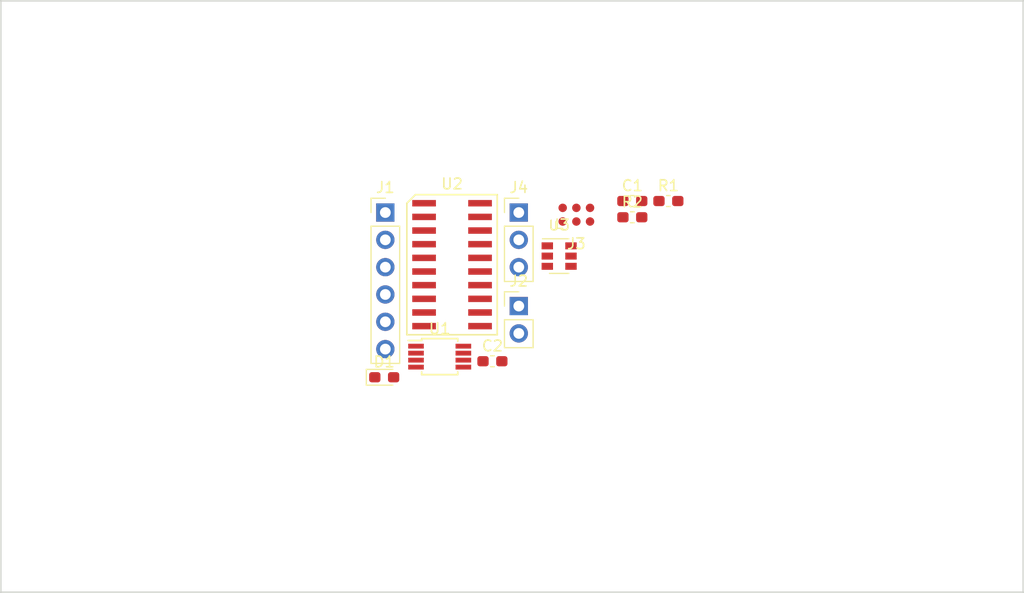
<source format=kicad_pcb>
(kicad_pcb (version 20171130) (host pcbnew "(5.0.0)")

  (general
    (thickness 1.6)
    (drawings 4)
    (tracks 0)
    (zones 0)
    (modules 12)
    (nets 30)
  )

  (page A4)
  (layers
    (0 F.Cu signal)
    (31 B.Cu signal)
    (32 B.Adhes user)
    (33 F.Adhes user)
    (34 B.Paste user)
    (35 F.Paste user)
    (36 B.SilkS user)
    (37 F.SilkS user)
    (38 B.Mask user)
    (39 F.Mask user)
    (40 Dwgs.User user)
    (41 Cmts.User user)
    (42 Eco1.User user)
    (43 Eco2.User user)
    (44 Edge.Cuts user)
    (45 Margin user)
    (46 B.CrtYd user)
    (47 F.CrtYd user)
    (48 B.Fab user)
    (49 F.Fab user)
  )

  (setup
    (last_trace_width 0.25)
    (trace_clearance 0.2)
    (zone_clearance 0.508)
    (zone_45_only no)
    (trace_min 0.2)
    (segment_width 0.2)
    (edge_width 0.15)
    (via_size 0.8)
    (via_drill 0.4)
    (via_min_size 0.4)
    (via_min_drill 0.3)
    (uvia_size 0.3)
    (uvia_drill 0.1)
    (uvias_allowed no)
    (uvia_min_size 0.2)
    (uvia_min_drill 0.1)
    (pcb_text_width 0.3)
    (pcb_text_size 1.5 1.5)
    (mod_edge_width 0.15)
    (mod_text_size 1 1)
    (mod_text_width 0.15)
    (pad_size 1.524 1.524)
    (pad_drill 0.762)
    (pad_to_mask_clearance 0.2)
    (aux_axis_origin 0 0)
    (visible_elements FFFFFF7F)
    (pcbplotparams
      (layerselection 0x010fc_ffffffff)
      (usegerberextensions false)
      (usegerberattributes false)
      (usegerberadvancedattributes false)
      (creategerberjobfile false)
      (excludeedgelayer true)
      (linewidth 0.100000)
      (plotframeref false)
      (viasonmask false)
      (mode 1)
      (useauxorigin false)
      (hpglpennumber 1)
      (hpglpenspeed 20)
      (hpglpendiameter 15.000000)
      (psnegative false)
      (psa4output false)
      (plotreference true)
      (plotvalue true)
      (plotinvisibletext false)
      (padsonsilk false)
      (subtractmaskfromsilk false)
      (outputformat 1)
      (mirror false)
      (drillshape 1)
      (scaleselection 1)
      (outputdirectory ""))
  )

  (net 0 "")
  (net 1 +5V)
  (net 2 GND)
  (net 3 +3V3)
  (net 4 "Net-(D1-Pad2)")
  (net 5 "Net-(J1-Pad4)")
  (net 6 "Net-(J1-Pad5)")
  (net 7 "Net-(J1-Pad6)")
  (net 8 /~MCLR)
  (net 9 /ISPDAT)
  (net 10 /ISPCLK)
  (net 11 "Net-(J3-Pad6)")
  (net 12 "Net-(J4-Pad2)")
  (net 13 "Net-(R1-Pad2)")
  (net 14 "Net-(R2-Pad1)")
  (net 15 "Net-(U1-Pad2)")
  (net 16 "Net-(U1-Pad3)")
  (net 17 "Net-(U1-Pad5)")
  (net 18 "Net-(U1-Pad6)")
  (net 19 "Net-(U1-Pad7)")
  (net 20 "Net-(U2-Pad3)")
  (net 21 "Net-(U2-Pad17)")
  (net 22 "Net-(U2-Pad5)")
  (net 23 "Net-(U2-Pad15)")
  (net 24 "Net-(U2-Pad6)")
  (net 25 "Net-(U2-Pad14)")
  (net 26 "Net-(U2-Pad7)")
  (net 27 "Net-(U2-Pad13)")
  (net 28 "Net-(U2-Pad8)")
  (net 29 "Net-(U2-Pad9)")

  (net_class Default "Ceci est la Netclass par défaut."
    (clearance 0.2)
    (trace_width 0.25)
    (via_dia 0.8)
    (via_drill 0.4)
    (uvia_dia 0.3)
    (uvia_drill 0.1)
    (add_net +3V3)
    (add_net +5V)
    (add_net /ISPCLK)
    (add_net /ISPDAT)
    (add_net /~MCLR)
    (add_net GND)
    (add_net "Net-(D1-Pad2)")
    (add_net "Net-(J1-Pad4)")
    (add_net "Net-(J1-Pad5)")
    (add_net "Net-(J1-Pad6)")
    (add_net "Net-(J3-Pad6)")
    (add_net "Net-(J4-Pad2)")
    (add_net "Net-(R1-Pad2)")
    (add_net "Net-(R2-Pad1)")
    (add_net "Net-(U1-Pad2)")
    (add_net "Net-(U1-Pad3)")
    (add_net "Net-(U1-Pad5)")
    (add_net "Net-(U1-Pad6)")
    (add_net "Net-(U1-Pad7)")
    (add_net "Net-(U2-Pad13)")
    (add_net "Net-(U2-Pad14)")
    (add_net "Net-(U2-Pad15)")
    (add_net "Net-(U2-Pad17)")
    (add_net "Net-(U2-Pad3)")
    (add_net "Net-(U2-Pad5)")
    (add_net "Net-(U2-Pad6)")
    (add_net "Net-(U2-Pad7)")
    (add_net "Net-(U2-Pad8)")
    (add_net "Net-(U2-Pad9)")
  )

  (module Capacitor_SMD:C_0603_1608Metric_Pad1.05x0.95mm_HandSolder (layer F.Cu) (tedit 5B301BBE) (tstamp 5BFDB5E8)
    (at 158.680001 113.620001)
    (descr "Capacitor SMD 0603 (1608 Metric), square (rectangular) end terminal, IPC_7351 nominal with elongated pad for handsoldering. (Body size source: http://www.tortai-tech.com/upload/download/2011102023233369053.pdf), generated with kicad-footprint-generator")
    (tags "capacitor handsolder")
    (path /5BF23E9D)
    (attr smd)
    (fp_text reference C1 (at 0 -1.43) (layer F.SilkS)
      (effects (font (size 1 1) (thickness 0.15)))
    )
    (fp_text value 1u (at 0 1.43) (layer F.Fab)
      (effects (font (size 1 1) (thickness 0.15)))
    )
    (fp_text user %R (at 0 0) (layer F.Fab)
      (effects (font (size 0.4 0.4) (thickness 0.06)))
    )
    (fp_line (start 1.65 0.73) (end -1.65 0.73) (layer F.CrtYd) (width 0.05))
    (fp_line (start 1.65 -0.73) (end 1.65 0.73) (layer F.CrtYd) (width 0.05))
    (fp_line (start -1.65 -0.73) (end 1.65 -0.73) (layer F.CrtYd) (width 0.05))
    (fp_line (start -1.65 0.73) (end -1.65 -0.73) (layer F.CrtYd) (width 0.05))
    (fp_line (start -0.171267 0.51) (end 0.171267 0.51) (layer F.SilkS) (width 0.12))
    (fp_line (start -0.171267 -0.51) (end 0.171267 -0.51) (layer F.SilkS) (width 0.12))
    (fp_line (start 0.8 0.4) (end -0.8 0.4) (layer F.Fab) (width 0.1))
    (fp_line (start 0.8 -0.4) (end 0.8 0.4) (layer F.Fab) (width 0.1))
    (fp_line (start -0.8 -0.4) (end 0.8 -0.4) (layer F.Fab) (width 0.1))
    (fp_line (start -0.8 0.4) (end -0.8 -0.4) (layer F.Fab) (width 0.1))
    (pad 2 smd roundrect (at 0.875 0) (size 1.05 0.95) (layers F.Cu F.Paste F.Mask) (roundrect_rratio 0.25)
      (net 1 +5V))
    (pad 1 smd roundrect (at -0.875 0) (size 1.05 0.95) (layers F.Cu F.Paste F.Mask) (roundrect_rratio 0.25)
      (net 2 GND))
    (model ${KISYS3DMOD}/Capacitor_SMD.3dshapes/C_0603_1608Metric.wrl
      (at (xyz 0 0 0))
      (scale (xyz 1 1 1))
      (rotate (xyz 0 0 0))
    )
  )

  (module Capacitor_SMD:C_0603_1608Metric_Pad1.05x0.95mm_HandSolder (layer F.Cu) (tedit 5B301BBE) (tstamp 5BFDB5F9)
    (at 145.680001 128.520001)
    (descr "Capacitor SMD 0603 (1608 Metric), square (rectangular) end terminal, IPC_7351 nominal with elongated pad for handsoldering. (Body size source: http://www.tortai-tech.com/upload/download/2011102023233369053.pdf), generated with kicad-footprint-generator")
    (tags "capacitor handsolder")
    (path /5BF20816)
    (attr smd)
    (fp_text reference C2 (at 0 -1.43) (layer F.SilkS)
      (effects (font (size 1 1) (thickness 0.15)))
    )
    (fp_text value 1u (at 0 1.43) (layer F.Fab)
      (effects (font (size 1 1) (thickness 0.15)))
    )
    (fp_line (start -0.8 0.4) (end -0.8 -0.4) (layer F.Fab) (width 0.1))
    (fp_line (start -0.8 -0.4) (end 0.8 -0.4) (layer F.Fab) (width 0.1))
    (fp_line (start 0.8 -0.4) (end 0.8 0.4) (layer F.Fab) (width 0.1))
    (fp_line (start 0.8 0.4) (end -0.8 0.4) (layer F.Fab) (width 0.1))
    (fp_line (start -0.171267 -0.51) (end 0.171267 -0.51) (layer F.SilkS) (width 0.12))
    (fp_line (start -0.171267 0.51) (end 0.171267 0.51) (layer F.SilkS) (width 0.12))
    (fp_line (start -1.65 0.73) (end -1.65 -0.73) (layer F.CrtYd) (width 0.05))
    (fp_line (start -1.65 -0.73) (end 1.65 -0.73) (layer F.CrtYd) (width 0.05))
    (fp_line (start 1.65 -0.73) (end 1.65 0.73) (layer F.CrtYd) (width 0.05))
    (fp_line (start 1.65 0.73) (end -1.65 0.73) (layer F.CrtYd) (width 0.05))
    (fp_text user %R (at 0 0) (layer F.Fab)
      (effects (font (size 0.4 0.4) (thickness 0.06)))
    )
    (pad 1 smd roundrect (at -0.875 0) (size 1.05 0.95) (layers F.Cu F.Paste F.Mask) (roundrect_rratio 0.25)
      (net 3 +3V3))
    (pad 2 smd roundrect (at 0.875 0) (size 1.05 0.95) (layers F.Cu F.Paste F.Mask) (roundrect_rratio 0.25)
      (net 2 GND))
    (model ${KISYS3DMOD}/Capacitor_SMD.3dshapes/C_0603_1608Metric.wrl
      (at (xyz 0 0 0))
      (scale (xyz 1 1 1))
      (rotate (xyz 0 0 0))
    )
  )

  (module LED_SMD:LED_0603_1608Metric_Pad1.05x0.95mm_HandSolder (layer F.Cu) (tedit 5B4B45C9) (tstamp 5BFDB60C)
    (at 135.625001 130.010001)
    (descr "LED SMD 0603 (1608 Metric), square (rectangular) end terminal, IPC_7351 nominal, (Body size source: http://www.tortai-tech.com/upload/download/2011102023233369053.pdf), generated with kicad-footprint-generator")
    (tags "LED handsolder")
    (path /5BF1A5B6)
    (attr smd)
    (fp_text reference D1 (at 0 -1.43) (layer F.SilkS)
      (effects (font (size 1 1) (thickness 0.15)))
    )
    (fp_text value LED (at 0 1.43) (layer F.Fab)
      (effects (font (size 1 1) (thickness 0.15)))
    )
    (fp_line (start 0.8 -0.4) (end -0.5 -0.4) (layer F.Fab) (width 0.1))
    (fp_line (start -0.5 -0.4) (end -0.8 -0.1) (layer F.Fab) (width 0.1))
    (fp_line (start -0.8 -0.1) (end -0.8 0.4) (layer F.Fab) (width 0.1))
    (fp_line (start -0.8 0.4) (end 0.8 0.4) (layer F.Fab) (width 0.1))
    (fp_line (start 0.8 0.4) (end 0.8 -0.4) (layer F.Fab) (width 0.1))
    (fp_line (start 0.8 -0.735) (end -1.66 -0.735) (layer F.SilkS) (width 0.12))
    (fp_line (start -1.66 -0.735) (end -1.66 0.735) (layer F.SilkS) (width 0.12))
    (fp_line (start -1.66 0.735) (end 0.8 0.735) (layer F.SilkS) (width 0.12))
    (fp_line (start -1.65 0.73) (end -1.65 -0.73) (layer F.CrtYd) (width 0.05))
    (fp_line (start -1.65 -0.73) (end 1.65 -0.73) (layer F.CrtYd) (width 0.05))
    (fp_line (start 1.65 -0.73) (end 1.65 0.73) (layer F.CrtYd) (width 0.05))
    (fp_line (start 1.65 0.73) (end -1.65 0.73) (layer F.CrtYd) (width 0.05))
    (fp_text user %R (at 0 0) (layer F.Fab)
      (effects (font (size 0.4 0.4) (thickness 0.06)))
    )
    (pad 1 smd roundrect (at -0.875 0) (size 1.05 0.95) (layers F.Cu F.Paste F.Mask) (roundrect_rratio 0.25)
      (net 2 GND))
    (pad 2 smd roundrect (at 0.875 0) (size 1.05 0.95) (layers F.Cu F.Paste F.Mask) (roundrect_rratio 0.25)
      (net 4 "Net-(D1-Pad2)"))
    (model ${KISYS3DMOD}/LED_SMD.3dshapes/LED_0603_1608Metric.wrl
      (at (xyz 0 0 0))
      (scale (xyz 1 1 1))
      (rotate (xyz 0 0 0))
    )
  )

  (module Connector_PinHeader_2.54mm:PinHeader_1x06_P2.54mm_Vertical (layer F.Cu) (tedit 59FED5CC) (tstamp 5BFDB626)
    (at 135.730001 114.690001)
    (descr "Through hole straight pin header, 1x06, 2.54mm pitch, single row")
    (tags "Through hole pin header THT 1x06 2.54mm single row")
    (path /5BF17732)
    (fp_text reference J1 (at 0 -2.33) (layer F.SilkS)
      (effects (font (size 1 1) (thickness 0.15)))
    )
    (fp_text value Conn_01x06 (at 0 15.03) (layer F.Fab)
      (effects (font (size 1 1) (thickness 0.15)))
    )
    (fp_line (start -0.635 -1.27) (end 1.27 -1.27) (layer F.Fab) (width 0.1))
    (fp_line (start 1.27 -1.27) (end 1.27 13.97) (layer F.Fab) (width 0.1))
    (fp_line (start 1.27 13.97) (end -1.27 13.97) (layer F.Fab) (width 0.1))
    (fp_line (start -1.27 13.97) (end -1.27 -0.635) (layer F.Fab) (width 0.1))
    (fp_line (start -1.27 -0.635) (end -0.635 -1.27) (layer F.Fab) (width 0.1))
    (fp_line (start -1.33 14.03) (end 1.33 14.03) (layer F.SilkS) (width 0.12))
    (fp_line (start -1.33 1.27) (end -1.33 14.03) (layer F.SilkS) (width 0.12))
    (fp_line (start 1.33 1.27) (end 1.33 14.03) (layer F.SilkS) (width 0.12))
    (fp_line (start -1.33 1.27) (end 1.33 1.27) (layer F.SilkS) (width 0.12))
    (fp_line (start -1.33 0) (end -1.33 -1.33) (layer F.SilkS) (width 0.12))
    (fp_line (start -1.33 -1.33) (end 0 -1.33) (layer F.SilkS) (width 0.12))
    (fp_line (start -1.8 -1.8) (end -1.8 14.5) (layer F.CrtYd) (width 0.05))
    (fp_line (start -1.8 14.5) (end 1.8 14.5) (layer F.CrtYd) (width 0.05))
    (fp_line (start 1.8 14.5) (end 1.8 -1.8) (layer F.CrtYd) (width 0.05))
    (fp_line (start 1.8 -1.8) (end -1.8 -1.8) (layer F.CrtYd) (width 0.05))
    (fp_text user %R (at 0 6.35 90) (layer F.Fab)
      (effects (font (size 1 1) (thickness 0.15)))
    )
    (pad 1 thru_hole rect (at 0 0) (size 1.7 1.7) (drill 1) (layers *.Cu *.Mask)
      (net 3 +3V3))
    (pad 2 thru_hole oval (at 0 2.54) (size 1.7 1.7) (drill 1) (layers *.Cu *.Mask)
      (net 1 +5V))
    (pad 3 thru_hole oval (at 0 5.08) (size 1.7 1.7) (drill 1) (layers *.Cu *.Mask)
      (net 2 GND))
    (pad 4 thru_hole oval (at 0 7.62) (size 1.7 1.7) (drill 1) (layers *.Cu *.Mask)
      (net 5 "Net-(J1-Pad4)"))
    (pad 5 thru_hole oval (at 0 10.16) (size 1.7 1.7) (drill 1) (layers *.Cu *.Mask)
      (net 6 "Net-(J1-Pad5)"))
    (pad 6 thru_hole oval (at 0 12.7) (size 1.7 1.7) (drill 1) (layers *.Cu *.Mask)
      (net 7 "Net-(J1-Pad6)"))
    (model ${KISYS3DMOD}/Connector_PinHeader_2.54mm.3dshapes/PinHeader_1x06_P2.54mm_Vertical.wrl
      (at (xyz 0 0 0))
      (scale (xyz 1 1 1))
      (rotate (xyz 0 0 0))
    )
  )

  (module Connector_PinHeader_2.54mm:PinHeader_1x02_P2.54mm_Vertical (layer F.Cu) (tedit 59FED5CC) (tstamp 5BFDB63C)
    (at 148.130001 123.390001)
    (descr "Through hole straight pin header, 1x02, 2.54mm pitch, single row")
    (tags "Through hole pin header THT 1x02 2.54mm single row")
    (path /5BF17A65)
    (fp_text reference J2 (at 0 -2.33) (layer F.SilkS)
      (effects (font (size 1 1) (thickness 0.15)))
    )
    (fp_text value Conn_01x02 (at 0 4.87) (layer F.Fab)
      (effects (font (size 1 1) (thickness 0.15)))
    )
    (fp_line (start -0.635 -1.27) (end 1.27 -1.27) (layer F.Fab) (width 0.1))
    (fp_line (start 1.27 -1.27) (end 1.27 3.81) (layer F.Fab) (width 0.1))
    (fp_line (start 1.27 3.81) (end -1.27 3.81) (layer F.Fab) (width 0.1))
    (fp_line (start -1.27 3.81) (end -1.27 -0.635) (layer F.Fab) (width 0.1))
    (fp_line (start -1.27 -0.635) (end -0.635 -1.27) (layer F.Fab) (width 0.1))
    (fp_line (start -1.33 3.87) (end 1.33 3.87) (layer F.SilkS) (width 0.12))
    (fp_line (start -1.33 1.27) (end -1.33 3.87) (layer F.SilkS) (width 0.12))
    (fp_line (start 1.33 1.27) (end 1.33 3.87) (layer F.SilkS) (width 0.12))
    (fp_line (start -1.33 1.27) (end 1.33 1.27) (layer F.SilkS) (width 0.12))
    (fp_line (start -1.33 0) (end -1.33 -1.33) (layer F.SilkS) (width 0.12))
    (fp_line (start -1.33 -1.33) (end 0 -1.33) (layer F.SilkS) (width 0.12))
    (fp_line (start -1.8 -1.8) (end -1.8 4.35) (layer F.CrtYd) (width 0.05))
    (fp_line (start -1.8 4.35) (end 1.8 4.35) (layer F.CrtYd) (width 0.05))
    (fp_line (start 1.8 4.35) (end 1.8 -1.8) (layer F.CrtYd) (width 0.05))
    (fp_line (start 1.8 -1.8) (end -1.8 -1.8) (layer F.CrtYd) (width 0.05))
    (fp_text user %R (at 0 1.27 90) (layer F.Fab)
      (effects (font (size 1 1) (thickness 0.15)))
    )
    (pad 1 thru_hole rect (at 0 0) (size 1.7 1.7) (drill 1) (layers *.Cu *.Mask)
      (net 1 +5V))
    (pad 2 thru_hole oval (at 0 2.54) (size 1.7 1.7) (drill 1) (layers *.Cu *.Mask)
      (net 2 GND))
    (model ${KISYS3DMOD}/Connector_PinHeader_2.54mm.3dshapes/PinHeader_1x02_P2.54mm_Vertical.wrl
      (at (xyz 0 0 0))
      (scale (xyz 1 1 1))
      (rotate (xyz 0 0 0))
    )
  )

  (module Connector:Tag-Connect_TC2030-IDC-NL_2x03_P1.27mm_Vertical (layer F.Cu) (tedit 5A29CEA9) (tstamp 5BFDB65A)
    (at 153.480001 114.890001)
    (descr "Tag-Connect programming header; http://www.tag-connect.com/Materials/TC2030-IDC-NL.pdf")
    (tags "tag connect programming header pogo pins")
    (path /5BF1B652)
    (attr virtual)
    (fp_text reference J3 (at 0 2.7) (layer F.SilkS)
      (effects (font (size 1 1) (thickness 0.15)))
    )
    (fp_text value MCP_NL (at 0 -2.3) (layer F.Fab)
      (effects (font (size 1 1) (thickness 0.15)))
    )
    (fp_line (start -1.905 1.27) (end -1.905 0.635) (layer F.SilkS) (width 0.12))
    (fp_line (start -1.27 1.27) (end -1.905 1.27) (layer F.SilkS) (width 0.12))
    (fp_line (start -3.5 2) (end -3.5 -2) (layer F.CrtYd) (width 0.05))
    (fp_line (start 3.5 2) (end -3.5 2) (layer F.CrtYd) (width 0.05))
    (fp_line (start 3.5 -2) (end 3.5 2) (layer F.CrtYd) (width 0.05))
    (fp_line (start -3.5 -2) (end 3.5 -2) (layer F.CrtYd) (width 0.05))
    (fp_text user %R (at 0 0) (layer F.Fab)
      (effects (font (size 1 1) (thickness 0.15)))
    )
    (fp_line (start -1.27 0.635) (end -1.27 -0.635) (layer Dwgs.User) (width 0.1))
    (fp_line (start 1.27 0.635) (end -1.27 0.635) (layer Dwgs.User) (width 0.1))
    (fp_line (start 1.27 -0.635) (end 1.27 0.635) (layer Dwgs.User) (width 0.1))
    (fp_line (start -1.27 -0.635) (end 1.27 -0.635) (layer Dwgs.User) (width 0.1))
    (fp_line (start -1.27 0.635) (end 0 -0.635) (layer Dwgs.User) (width 0.1))
    (fp_line (start -1.27 0) (end -0.635 -0.635) (layer Dwgs.User) (width 0.1))
    (fp_line (start -0.635 0.635) (end 0.635 -0.635) (layer Dwgs.User) (width 0.1))
    (fp_line (start 0 0.635) (end 1.27 -0.635) (layer Dwgs.User) (width 0.1))
    (fp_line (start 0.635 0.635) (end 1.27 0) (layer Dwgs.User) (width 0.1))
    (fp_text user KEEPOUT (at 0 0) (layer Cmts.User)
      (effects (font (size 0.4 0.4) (thickness 0.07)))
    )
    (pad "" np_thru_hole circle (at 2.54 -1.016) (size 0.9906 0.9906) (drill 0.9906) (layers *.Cu *.Mask))
    (pad "" np_thru_hole circle (at 2.54 1.016) (size 0.9906 0.9906) (drill 0.9906) (layers *.Cu *.Mask))
    (pad "" np_thru_hole circle (at -2.54 0) (size 0.9906 0.9906) (drill 0.9906) (layers *.Cu *.Mask))
    (pad 1 connect circle (at -1.27 0.635) (size 0.7874 0.7874) (layers F.Cu F.Mask)
      (net 8 /~MCLR))
    (pad 2 connect circle (at -1.27 -0.635) (size 0.7874 0.7874) (layers F.Cu F.Mask)
      (net 3 +3V3))
    (pad 3 connect circle (at 0 0.635) (size 0.7874 0.7874) (layers F.Cu F.Mask)
      (net 2 GND))
    (pad 4 connect circle (at 0 -0.635) (size 0.7874 0.7874) (layers F.Cu F.Mask)
      (net 9 /ISPDAT))
    (pad 5 connect circle (at 1.27 0.635) (size 0.7874 0.7874) (layers F.Cu F.Mask)
      (net 10 /ISPCLK))
    (pad 6 connect circle (at 1.27 -0.635) (size 0.7874 0.7874) (layers F.Cu F.Mask)
      (net 11 "Net-(J3-Pad6)"))
  )

  (module Connector_PinHeader_2.54mm:PinHeader_1x03_P2.54mm_Vertical (layer F.Cu) (tedit 59FED5CC) (tstamp 5BFDB671)
    (at 148.130001 114.690001)
    (descr "Through hole straight pin header, 1x03, 2.54mm pitch, single row")
    (tags "Through hole pin header THT 1x03 2.54mm single row")
    (path /5BF209B7)
    (fp_text reference J4 (at 0 -2.33) (layer F.SilkS)
      (effects (font (size 1 1) (thickness 0.15)))
    )
    (fp_text value Conn_01x03 (at 0 7.41) (layer F.Fab)
      (effects (font (size 1 1) (thickness 0.15)))
    )
    (fp_line (start -0.635 -1.27) (end 1.27 -1.27) (layer F.Fab) (width 0.1))
    (fp_line (start 1.27 -1.27) (end 1.27 6.35) (layer F.Fab) (width 0.1))
    (fp_line (start 1.27 6.35) (end -1.27 6.35) (layer F.Fab) (width 0.1))
    (fp_line (start -1.27 6.35) (end -1.27 -0.635) (layer F.Fab) (width 0.1))
    (fp_line (start -1.27 -0.635) (end -0.635 -1.27) (layer F.Fab) (width 0.1))
    (fp_line (start -1.33 6.41) (end 1.33 6.41) (layer F.SilkS) (width 0.12))
    (fp_line (start -1.33 1.27) (end -1.33 6.41) (layer F.SilkS) (width 0.12))
    (fp_line (start 1.33 1.27) (end 1.33 6.41) (layer F.SilkS) (width 0.12))
    (fp_line (start -1.33 1.27) (end 1.33 1.27) (layer F.SilkS) (width 0.12))
    (fp_line (start -1.33 0) (end -1.33 -1.33) (layer F.SilkS) (width 0.12))
    (fp_line (start -1.33 -1.33) (end 0 -1.33) (layer F.SilkS) (width 0.12))
    (fp_line (start -1.8 -1.8) (end -1.8 6.85) (layer F.CrtYd) (width 0.05))
    (fp_line (start -1.8 6.85) (end 1.8 6.85) (layer F.CrtYd) (width 0.05))
    (fp_line (start 1.8 6.85) (end 1.8 -1.8) (layer F.CrtYd) (width 0.05))
    (fp_line (start 1.8 -1.8) (end -1.8 -1.8) (layer F.CrtYd) (width 0.05))
    (fp_text user %R (at 0 2.54 90) (layer F.Fab)
      (effects (font (size 1 1) (thickness 0.15)))
    )
    (pad 1 thru_hole rect (at 0 0) (size 1.7 1.7) (drill 1) (layers *.Cu *.Mask)
      (net 1 +5V))
    (pad 2 thru_hole oval (at 0 2.54) (size 1.7 1.7) (drill 1) (layers *.Cu *.Mask)
      (net 12 "Net-(J4-Pad2)"))
    (pad 3 thru_hole oval (at 0 5.08) (size 1.7 1.7) (drill 1) (layers *.Cu *.Mask)
      (net 2 GND))
    (model ${KISYS3DMOD}/Connector_PinHeader_2.54mm.3dshapes/PinHeader_1x03_P2.54mm_Vertical.wrl
      (at (xyz 0 0 0))
      (scale (xyz 1 1 1))
      (rotate (xyz 0 0 0))
    )
  )

  (module Resistor_SMD:R_0603_1608Metric_Pad1.05x0.95mm_HandSolder (layer F.Cu) (tedit 5B301BBD) (tstamp 5BFDB682)
    (at 162.030001 113.620001)
    (descr "Resistor SMD 0603 (1608 Metric), square (rectangular) end terminal, IPC_7351 nominal with elongated pad for handsoldering. (Body size source: http://www.tortai-tech.com/upload/download/2011102023233369053.pdf), generated with kicad-footprint-generator")
    (tags "resistor handsolder")
    (path /5BF1DA3A)
    (attr smd)
    (fp_text reference R1 (at 0 -1.43) (layer F.SilkS)
      (effects (font (size 1 1) (thickness 0.15)))
    )
    (fp_text value 4k7 (at 0 1.43) (layer F.Fab)
      (effects (font (size 1 1) (thickness 0.15)))
    )
    (fp_text user %R (at 0 0) (layer F.Fab)
      (effects (font (size 0.4 0.4) (thickness 0.06)))
    )
    (fp_line (start 1.65 0.73) (end -1.65 0.73) (layer F.CrtYd) (width 0.05))
    (fp_line (start 1.65 -0.73) (end 1.65 0.73) (layer F.CrtYd) (width 0.05))
    (fp_line (start -1.65 -0.73) (end 1.65 -0.73) (layer F.CrtYd) (width 0.05))
    (fp_line (start -1.65 0.73) (end -1.65 -0.73) (layer F.CrtYd) (width 0.05))
    (fp_line (start -0.171267 0.51) (end 0.171267 0.51) (layer F.SilkS) (width 0.12))
    (fp_line (start -0.171267 -0.51) (end 0.171267 -0.51) (layer F.SilkS) (width 0.12))
    (fp_line (start 0.8 0.4) (end -0.8 0.4) (layer F.Fab) (width 0.1))
    (fp_line (start 0.8 -0.4) (end 0.8 0.4) (layer F.Fab) (width 0.1))
    (fp_line (start -0.8 -0.4) (end 0.8 -0.4) (layer F.Fab) (width 0.1))
    (fp_line (start -0.8 0.4) (end -0.8 -0.4) (layer F.Fab) (width 0.1))
    (pad 2 smd roundrect (at 0.875 0) (size 1.05 0.95) (layers F.Cu F.Paste F.Mask) (roundrect_rratio 0.25)
      (net 13 "Net-(R1-Pad2)"))
    (pad 1 smd roundrect (at -0.875 0) (size 1.05 0.95) (layers F.Cu F.Paste F.Mask) (roundrect_rratio 0.25)
      (net 3 +3V3))
    (model ${KISYS3DMOD}/Resistor_SMD.3dshapes/R_0603_1608Metric.wrl
      (at (xyz 0 0 0))
      (scale (xyz 1 1 1))
      (rotate (xyz 0 0 0))
    )
  )

  (module Resistor_SMD:R_0603_1608Metric_Pad1.05x0.95mm_HandSolder (layer F.Cu) (tedit 5B301BBD) (tstamp 5BFDB693)
    (at 158.680001 115.130001)
    (descr "Resistor SMD 0603 (1608 Metric), square (rectangular) end terminal, IPC_7351 nominal with elongated pad for handsoldering. (Body size source: http://www.tortai-tech.com/upload/download/2011102023233369053.pdf), generated with kicad-footprint-generator")
    (tags "resistor handsolder")
    (path /5BF1A565)
    (attr smd)
    (fp_text reference R2 (at 0 -1.43) (layer F.SilkS)
      (effects (font (size 1 1) (thickness 0.15)))
    )
    (fp_text value 470 (at 0 1.43) (layer F.Fab)
      (effects (font (size 1 1) (thickness 0.15)))
    )
    (fp_line (start -0.8 0.4) (end -0.8 -0.4) (layer F.Fab) (width 0.1))
    (fp_line (start -0.8 -0.4) (end 0.8 -0.4) (layer F.Fab) (width 0.1))
    (fp_line (start 0.8 -0.4) (end 0.8 0.4) (layer F.Fab) (width 0.1))
    (fp_line (start 0.8 0.4) (end -0.8 0.4) (layer F.Fab) (width 0.1))
    (fp_line (start -0.171267 -0.51) (end 0.171267 -0.51) (layer F.SilkS) (width 0.12))
    (fp_line (start -0.171267 0.51) (end 0.171267 0.51) (layer F.SilkS) (width 0.12))
    (fp_line (start -1.65 0.73) (end -1.65 -0.73) (layer F.CrtYd) (width 0.05))
    (fp_line (start -1.65 -0.73) (end 1.65 -0.73) (layer F.CrtYd) (width 0.05))
    (fp_line (start 1.65 -0.73) (end 1.65 0.73) (layer F.CrtYd) (width 0.05))
    (fp_line (start 1.65 0.73) (end -1.65 0.73) (layer F.CrtYd) (width 0.05))
    (fp_text user %R (at 0 0) (layer F.Fab)
      (effects (font (size 0.4 0.4) (thickness 0.06)))
    )
    (pad 1 smd roundrect (at -0.875 0) (size 1.05 0.95) (layers F.Cu F.Paste F.Mask) (roundrect_rratio 0.25)
      (net 14 "Net-(R2-Pad1)"))
    (pad 2 smd roundrect (at 0.875 0) (size 1.05 0.95) (layers F.Cu F.Paste F.Mask) (roundrect_rratio 0.25)
      (net 4 "Net-(D1-Pad2)"))
    (model ${KISYS3DMOD}/Resistor_SMD.3dshapes/R_0603_1608Metric.wrl
      (at (xyz 0 0 0))
      (scale (xyz 1 1 1))
      (rotate (xyz 0 0 0))
    )
  )

  (module Package_SO:MSOP-8_3x3mm_P0.65mm (layer F.Cu) (tedit 5A02F25C) (tstamp 5BFDB6B0)
    (at 140.780001 128.090001)
    (descr "8-Lead Plastic Micro Small Outline Package (MS) [MSOP] (see Microchip Packaging Specification 00000049BS.pdf)")
    (tags "SSOP 0.65")
    (path /5BF1D00D)
    (attr smd)
    (fp_text reference U1 (at 0 -2.6) (layer F.SilkS)
      (effects (font (size 1 1) (thickness 0.15)))
    )
    (fp_text value DS18B20U (at 0 2.6) (layer F.Fab)
      (effects (font (size 1 1) (thickness 0.15)))
    )
    (fp_line (start -0.5 -1.5) (end 1.5 -1.5) (layer F.Fab) (width 0.15))
    (fp_line (start 1.5 -1.5) (end 1.5 1.5) (layer F.Fab) (width 0.15))
    (fp_line (start 1.5 1.5) (end -1.5 1.5) (layer F.Fab) (width 0.15))
    (fp_line (start -1.5 1.5) (end -1.5 -0.5) (layer F.Fab) (width 0.15))
    (fp_line (start -1.5 -0.5) (end -0.5 -1.5) (layer F.Fab) (width 0.15))
    (fp_line (start -3.2 -1.85) (end -3.2 1.85) (layer F.CrtYd) (width 0.05))
    (fp_line (start 3.2 -1.85) (end 3.2 1.85) (layer F.CrtYd) (width 0.05))
    (fp_line (start -3.2 -1.85) (end 3.2 -1.85) (layer F.CrtYd) (width 0.05))
    (fp_line (start -3.2 1.85) (end 3.2 1.85) (layer F.CrtYd) (width 0.05))
    (fp_line (start -1.675 -1.675) (end -1.675 -1.5) (layer F.SilkS) (width 0.15))
    (fp_line (start 1.675 -1.675) (end 1.675 -1.425) (layer F.SilkS) (width 0.15))
    (fp_line (start 1.675 1.675) (end 1.675 1.425) (layer F.SilkS) (width 0.15))
    (fp_line (start -1.675 1.675) (end -1.675 1.425) (layer F.SilkS) (width 0.15))
    (fp_line (start -1.675 -1.675) (end 1.675 -1.675) (layer F.SilkS) (width 0.15))
    (fp_line (start -1.675 1.675) (end 1.675 1.675) (layer F.SilkS) (width 0.15))
    (fp_line (start -1.675 -1.5) (end -2.925 -1.5) (layer F.SilkS) (width 0.15))
    (fp_text user %R (at 0 0) (layer F.Fab)
      (effects (font (size 0.6 0.6) (thickness 0.15)))
    )
    (pad 1 smd rect (at -2.2 -0.975) (size 1.45 0.45) (layers F.Cu F.Paste F.Mask)
      (net 13 "Net-(R1-Pad2)"))
    (pad 2 smd rect (at -2.2 -0.325) (size 1.45 0.45) (layers F.Cu F.Paste F.Mask)
      (net 15 "Net-(U1-Pad2)"))
    (pad 3 smd rect (at -2.2 0.325) (size 1.45 0.45) (layers F.Cu F.Paste F.Mask)
      (net 16 "Net-(U1-Pad3)"))
    (pad 4 smd rect (at -2.2 0.975) (size 1.45 0.45) (layers F.Cu F.Paste F.Mask)
      (net 2 GND))
    (pad 5 smd rect (at 2.2 0.975) (size 1.45 0.45) (layers F.Cu F.Paste F.Mask)
      (net 17 "Net-(U1-Pad5)"))
    (pad 6 smd rect (at 2.2 0.325) (size 1.45 0.45) (layers F.Cu F.Paste F.Mask)
      (net 18 "Net-(U1-Pad6)"))
    (pad 7 smd rect (at 2.2 -0.325) (size 1.45 0.45) (layers F.Cu F.Paste F.Mask)
      (net 19 "Net-(U1-Pad7)"))
    (pad 8 smd rect (at 2.2 -0.975) (size 1.45 0.45) (layers F.Cu F.Paste F.Mask)
      (net 3 +3V3))
    (model ${KISYS3DMOD}/Package_SO.3dshapes/MSOP-8_3x3mm_P0.65mm.wrl
      (at (xyz 0 0 0))
      (scale (xyz 1 1 1))
      (rotate (xyz 0 0 0))
    )
  )

  (module footprints:SOIC-20 (layer F.Cu) (tedit 5BF15A7E) (tstamp 5BFDB6D1)
    (at 138.120001 113.190001)
    (path /5BF17406)
    (attr smd)
    (fp_text reference U2 (at 3.81 -1.165) (layer F.SilkS)
      (effects (font (size 1 1) (thickness 0.15)))
    )
    (fp_text value PIC16F1618-19 (at 3.81 6.35 270) (layer F.Fab)
      (effects (font (size 1 1) (thickness 0.15)))
    )
    (fp_line (start -0.39 0.635) (end 0.41 -0.165) (layer F.SilkS) (width 0.15))
    (fp_line (start 0.41 -0.165) (end 8.01 -0.165) (layer F.SilkS) (width 0.15))
    (fp_line (start 8.01 -0.165) (end 8.01 12.865) (layer F.SilkS) (width 0.15))
    (fp_line (start 8.01 12.865) (end -0.39 12.865) (layer F.SilkS) (width 0.15))
    (fp_line (start -0.39 12.865) (end -0.39 0.635) (layer F.SilkS) (width 0.15))
    (fp_line (start 8.16 -0.3) (end 8.16 13) (layer F.CrtYd) (width 0.05))
    (fp_line (start 8.16 13) (end -0.54 13) (layer F.CrtYd) (width 0.05))
    (fp_line (start -0.54 13) (end -0.54 -0.3) (layer F.CrtYd) (width 0.05))
    (fp_line (start -0.54 -0.3) (end 8.16 -0.3) (layer F.CrtYd) (width 0.05))
    (pad 20 smd rect (at 6.41 0.635 270) (size 0.6 2.2) (layers F.Cu F.Paste F.Mask)
      (net 2 GND))
    (pad 1 smd rect (at 1.21 0.635 270) (size 0.6 2.2) (layers F.Cu F.Paste F.Mask)
      (net 3 +3V3))
    (pad 19 smd rect (at 6.41 1.905 270) (size 0.6 2.2) (layers F.Cu F.Paste F.Mask)
      (net 9 /ISPDAT))
    (pad 2 smd rect (at 1.21 1.905 270) (size 0.6 2.2) (layers F.Cu F.Paste F.Mask)
      (net 13 "Net-(R1-Pad2)"))
    (pad 18 smd rect (at 6.41 3.175 270) (size 0.6 2.2) (layers F.Cu F.Paste F.Mask)
      (net 10 /ISPCLK))
    (pad 3 smd rect (at 1.21 3.175 270) (size 0.6 2.2) (layers F.Cu F.Paste F.Mask)
      (net 20 "Net-(U2-Pad3)"))
    (pad 17 smd rect (at 6.41 4.445 270) (size 0.6 2.2) (layers F.Cu F.Paste F.Mask)
      (net 21 "Net-(U2-Pad17)"))
    (pad 4 smd rect (at 1.21 4.445 270) (size 0.6 2.2) (layers F.Cu F.Paste F.Mask)
      (net 8 /~MCLR))
    (pad 16 smd rect (at 6.41 5.715 270) (size 0.6 2.2) (layers F.Cu F.Paste F.Mask)
      (net 14 "Net-(R2-Pad1)"))
    (pad 5 smd rect (at 1.21 5.715 270) (size 0.6 2.2) (layers F.Cu F.Paste F.Mask)
      (net 22 "Net-(U2-Pad5)"))
    (pad 15 smd rect (at 6.41 6.985 270) (size 0.6 2.2) (layers F.Cu F.Paste F.Mask)
      (net 23 "Net-(U2-Pad15)"))
    (pad 6 smd rect (at 1.21 6.985 270) (size 0.6 2.2) (layers F.Cu F.Paste F.Mask)
      (net 24 "Net-(U2-Pad6)"))
    (pad 14 smd rect (at 6.41 8.255 270) (size 0.6 2.2) (layers F.Cu F.Paste F.Mask)
      (net 25 "Net-(U2-Pad14)"))
    (pad 7 smd rect (at 1.21 8.255 270) (size 0.6 2.2) (layers F.Cu F.Paste F.Mask)
      (net 26 "Net-(U2-Pad7)"))
    (pad 13 smd rect (at 6.41 9.525 270) (size 0.6 2.2) (layers F.Cu F.Paste F.Mask)
      (net 27 "Net-(U2-Pad13)"))
    (pad 8 smd rect (at 1.21 9.525 270) (size 0.6 2.2) (layers F.Cu F.Paste F.Mask)
      (net 28 "Net-(U2-Pad8)"))
    (pad 12 smd rect (at 6.41 10.795 270) (size 0.6 2.2) (layers F.Cu F.Paste F.Mask)
      (net 7 "Net-(J1-Pad6)"))
    (pad 9 smd rect (at 1.21 10.795 270) (size 0.6 2.2) (layers F.Cu F.Paste F.Mask)
      (net 29 "Net-(U2-Pad9)"))
    (pad 11 smd rect (at 6.41 12.065 270) (size 0.6 2.2) (layers F.Cu F.Paste F.Mask)
      (net 6 "Net-(J1-Pad5)"))
    (pad 10 smd rect (at 1.21 12.065 270) (size 0.6 2.2) (layers F.Cu F.Paste F.Mask)
      (net 5 "Net-(J1-Pad4)"))
  )

  (module Package_TO_SOT_SMD:SOT-23-6 (layer F.Cu) (tedit 5A02FF57) (tstamp 5BFDB6E7)
    (at 151.880001 118.740001)
    (descr "6-pin SOT-23 package")
    (tags SOT-23-6)
    (path /5BF174D7)
    (attr smd)
    (fp_text reference U3 (at 0 -2.9) (layer F.SilkS)
      (effects (font (size 1 1) (thickness 0.15)))
    )
    (fp_text value SN74LVC1T45DBV (at 0 2.9) (layer F.Fab)
      (effects (font (size 1 1) (thickness 0.15)))
    )
    (fp_text user %R (at 0 0 90) (layer F.Fab)
      (effects (font (size 0.5 0.5) (thickness 0.075)))
    )
    (fp_line (start -0.9 1.61) (end 0.9 1.61) (layer F.SilkS) (width 0.12))
    (fp_line (start 0.9 -1.61) (end -1.55 -1.61) (layer F.SilkS) (width 0.12))
    (fp_line (start 1.9 -1.8) (end -1.9 -1.8) (layer F.CrtYd) (width 0.05))
    (fp_line (start 1.9 1.8) (end 1.9 -1.8) (layer F.CrtYd) (width 0.05))
    (fp_line (start -1.9 1.8) (end 1.9 1.8) (layer F.CrtYd) (width 0.05))
    (fp_line (start -1.9 -1.8) (end -1.9 1.8) (layer F.CrtYd) (width 0.05))
    (fp_line (start -0.9 -0.9) (end -0.25 -1.55) (layer F.Fab) (width 0.1))
    (fp_line (start 0.9 -1.55) (end -0.25 -1.55) (layer F.Fab) (width 0.1))
    (fp_line (start -0.9 -0.9) (end -0.9 1.55) (layer F.Fab) (width 0.1))
    (fp_line (start 0.9 1.55) (end -0.9 1.55) (layer F.Fab) (width 0.1))
    (fp_line (start 0.9 -1.55) (end 0.9 1.55) (layer F.Fab) (width 0.1))
    (pad 1 smd rect (at -1.1 -0.95) (size 1.06 0.65) (layers F.Cu F.Paste F.Mask)
      (net 3 +3V3))
    (pad 2 smd rect (at -1.1 0) (size 1.06 0.65) (layers F.Cu F.Paste F.Mask)
      (net 2 GND))
    (pad 3 smd rect (at -1.1 0.95) (size 1.06 0.65) (layers F.Cu F.Paste F.Mask)
      (net 21 "Net-(U2-Pad17)"))
    (pad 4 smd rect (at 1.1 0.95) (size 1.06 0.65) (layers F.Cu F.Paste F.Mask)
      (net 12 "Net-(J4-Pad2)"))
    (pad 6 smd rect (at 1.1 -0.95) (size 1.06 0.65) (layers F.Cu F.Paste F.Mask)
      (net 1 +5V))
    (pad 5 smd rect (at 1.1 0) (size 1.06 0.65) (layers F.Cu F.Paste F.Mask)
      (net 23 "Net-(U2-Pad15)"))
    (model ${KISYS3DMOD}/Package_TO_SOT_SMD.3dshapes/SOT-23-6.wrl
      (at (xyz 0 0 0))
      (scale (xyz 1 1 1))
      (rotate (xyz 0 0 0))
    )
  )

  (gr_line (start 100 95) (end 100 150) (layer Edge.Cuts) (width 0.15))
  (gr_line (start 195 95) (end 100 95) (layer Edge.Cuts) (width 0.15))
  (gr_line (start 195 150) (end 195 95) (layer Edge.Cuts) (width 0.15))
  (gr_line (start 100 150) (end 195 150) (layer Edge.Cuts) (width 0.15))

)

</source>
